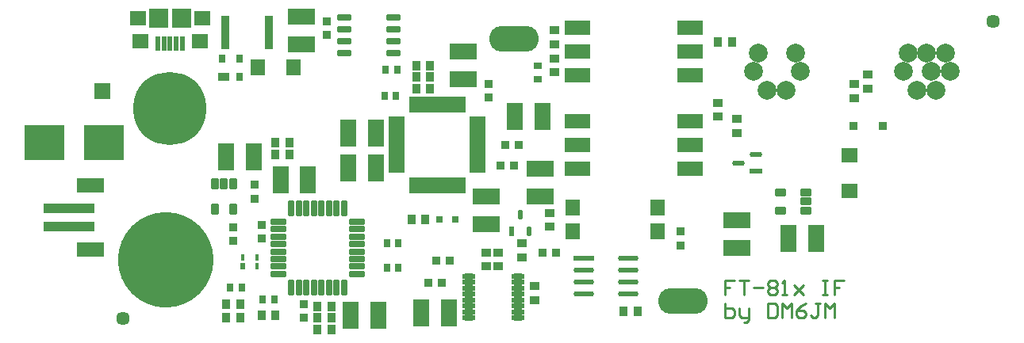
<source format=gts>
G04*
G04 #@! TF.GenerationSoftware,Altium Limited,Altium Designer,23.2.1 (34)*
G04*
G04 Layer_Color=8388736*
%FSLAX44Y44*%
%MOMM*%
G71*
G04*
G04 #@! TF.SameCoordinates,C9E59ACA-6E94-426F-9901-F0231D443E17*
G04*
G04*
G04 #@! TF.FilePolarity,Negative*
G04*
G01*
G75*
%ADD15C,0.2540*%
G04:AMPARAMS|DCode=18|XSize=1.0587mm|YSize=0.5468mm|CornerRadius=0.2734mm|HoleSize=0mm|Usage=FLASHONLY|Rotation=90.000|XOffset=0mm|YOffset=0mm|HoleType=Round|Shape=RoundedRectangle|*
%AMROUNDEDRECTD18*
21,1,1.0587,0.0000,0,0,90.0*
21,1,0.5119,0.5468,0,0,90.0*
1,1,0.5468,0.0000,0.2559*
1,1,0.5468,0.0000,-0.2559*
1,1,0.5468,0.0000,-0.2559*
1,1,0.5468,0.0000,0.2559*
%
%ADD18ROUNDEDRECTD18*%
%ADD19R,0.5468X1.0587*%
%ADD20R,0.9121X0.9581*%
%ADD33R,1.3587X0.5868*%
G04:AMPARAMS|DCode=34|XSize=1.3587mm|YSize=0.5868mm|CornerRadius=0.2934mm|HoleSize=0mm|Usage=FLASHONLY|Rotation=180.000|XOffset=0mm|YOffset=0mm|HoleType=Round|Shape=RoundedRectangle|*
%AMROUNDEDRECTD34*
21,1,1.3587,0.0000,0,0,180.0*
21,1,0.7719,0.5868,0,0,180.0*
1,1,0.5868,-0.3859,0.0000*
1,1,0.5868,0.3859,0.0000*
1,1,0.5868,0.3859,0.0000*
1,1,0.5868,-0.3859,0.0000*
%
%ADD34ROUNDEDRECTD34*%
%ADD35R,0.9000X0.9500*%
%ADD36R,2.1692X0.5821*%
G04:AMPARAMS|DCode=37|XSize=2.1692mm|YSize=0.5821mm|CornerRadius=0.2911mm|HoleSize=0mm|Usage=FLASHONLY|Rotation=0.000|XOffset=0mm|YOffset=0mm|HoleType=Round|Shape=RoundedRectangle|*
%AMROUNDEDRECTD37*
21,1,2.1692,0.0000,0,0,0.0*
21,1,1.5870,0.5821,0,0,0.0*
1,1,0.5821,0.7935,0.0000*
1,1,0.5821,-0.7935,0.0000*
1,1,0.5821,-0.7935,0.0000*
1,1,0.5821,0.7935,0.0000*
%
%ADD37ROUNDEDRECTD37*%
%ADD38R,0.7581X0.8121*%
%ADD39R,0.9000X0.8000*%
%ADD40R,0.9531X3.6031*%
%ADD41C,0.4500*%
%ADD42R,0.4000X0.7000*%
%ADD43R,1.8062X1.5544*%
%ADD44R,5.5000X1.0000*%
%ADD45R,3.0000X1.6000*%
%ADD46R,0.8000X0.8000*%
%ADD47R,4.2400X3.8100*%
%ADD51R,0.9581X0.9121*%
%ADD54R,1.5544X1.8062*%
G04:AMPARAMS|DCode=56|XSize=0.7532mm|YSize=1.6532mm|CornerRadius=0.1511mm|HoleSize=0mm|Usage=FLASHONLY|Rotation=90.000|XOffset=0mm|YOffset=0mm|HoleType=Round|Shape=RoundedRectangle|*
%AMROUNDEDRECTD56*
21,1,0.7532,1.3510,0,0,90.0*
21,1,0.4510,1.6532,0,0,90.0*
1,1,0.3022,0.6755,0.2255*
1,1,0.3022,0.6755,-0.2255*
1,1,0.3022,-0.6755,-0.2255*
1,1,0.3022,-0.6755,0.2255*
%
%ADD56ROUNDEDRECTD56*%
G04:AMPARAMS|DCode=57|XSize=0.7532mm|YSize=1.6532mm|CornerRadius=0.1511mm|HoleSize=0mm|Usage=FLASHONLY|Rotation=180.000|XOffset=0mm|YOffset=0mm|HoleType=Round|Shape=RoundedRectangle|*
%AMROUNDEDRECTD57*
21,1,0.7532,1.3510,0,0,180.0*
21,1,0.4510,1.6532,0,0,180.0*
1,1,0.3022,-0.2255,0.6755*
1,1,0.3022,0.2255,0.6755*
1,1,0.3022,0.2255,-0.6755*
1,1,0.3022,-0.2255,-0.6755*
%
%ADD57ROUNDEDRECTD57*%
%ADD58R,2.7032X1.5032*%
%ADD59R,0.4832X1.7032*%
%ADD60R,1.7032X0.4832*%
%ADD61R,0.6032X1.5532*%
%ADD62R,1.8032X1.6032*%
%ADD63R,1.6532X1.5032*%
%ADD64R,2.1032X2.1032*%
%ADD65R,1.2032X0.9032*%
%ADD66R,0.8032X0.9032*%
%ADD67R,1.5032X1.7032*%
%ADD68R,1.1032X0.9032*%
%ADD69O,1.4532X0.6032*%
G04:AMPARAMS|DCode=70|XSize=0.8032mm|YSize=1.2032mm|CornerRadius=0.1526mm|HoleSize=0mm|Usage=FLASHONLY|Rotation=270.000|XOffset=0mm|YOffset=0mm|HoleType=Round|Shape=RoundedRectangle|*
%AMROUNDEDRECTD70*
21,1,0.8032,0.8980,0,0,270.0*
21,1,0.4980,1.2032,0,0,270.0*
1,1,0.3052,-0.4490,-0.2490*
1,1,0.3052,-0.4490,0.2490*
1,1,0.3052,0.4490,0.2490*
1,1,0.3052,0.4490,-0.2490*
%
%ADD70ROUNDEDRECTD70*%
G04:AMPARAMS|DCode=71|XSize=0.7532mm|YSize=1.4532mm|CornerRadius=0.1511mm|HoleSize=0mm|Usage=FLASHONLY|Rotation=90.000|XOffset=0mm|YOffset=0mm|HoleType=Round|Shape=RoundedRectangle|*
%AMROUNDEDRECTD71*
21,1,0.7532,1.1510,0,0,90.0*
21,1,0.4510,1.4532,0,0,90.0*
1,1,0.3022,0.5755,0.2255*
1,1,0.3022,0.5755,-0.2255*
1,1,0.3022,-0.5755,-0.2255*
1,1,0.3022,-0.5755,0.2255*
%
%ADD71ROUNDEDRECTD71*%
%ADD72R,1.8032X3.0032*%
%ADD73R,0.9032X1.1032*%
%ADD74R,3.0032X1.8032*%
G04:AMPARAMS|DCode=75|XSize=0.8032mm|YSize=1.2032mm|CornerRadius=0.1526mm|HoleSize=0mm|Usage=FLASHONLY|Rotation=0.000|XOffset=0mm|YOffset=0mm|HoleType=Round|Shape=RoundedRectangle|*
%AMROUNDEDRECTD75*
21,1,0.8032,0.8980,0,0,0.0*
21,1,0.4980,1.2032,0,0,0.0*
1,1,0.3052,0.2490,-0.4490*
1,1,0.3052,-0.2490,-0.4490*
1,1,0.3052,-0.2490,0.4490*
1,1,0.3052,0.2490,0.4490*
%
%ADD75ROUNDEDRECTD75*%
%ADD76C,1.4480*%
%ADD77R,1.7032X1.7032*%
%ADD78C,2.0032*%
%ADD79C,7.8232*%
%ADD80C,10.2032*%
%ADD81O,5.2832X2.7432*%
G36*
X255250Y76750D02*
X251169D01*
X250250Y77669D01*
Y83750D01*
X255250D01*
Y76750D01*
D02*
G37*
D15*
X777697Y64731D02*
X767540D01*
Y57114D01*
X772618D01*
X767540D01*
Y49496D01*
X782775Y64731D02*
X792932D01*
X787853D01*
Y49496D01*
X798010Y57114D02*
X808167D01*
X813245Y62192D02*
X815784Y64731D01*
X820863D01*
X823402Y62192D01*
Y59653D01*
X820863Y57114D01*
X823402Y54575D01*
Y52036D01*
X820863Y49496D01*
X815784D01*
X813245Y52036D01*
Y54575D01*
X815784Y57114D01*
X813245Y59653D01*
Y62192D01*
X815784Y57114D02*
X820863D01*
X828480Y49496D02*
X833559D01*
X831020D01*
Y64731D01*
X828480Y62192D01*
X841176Y59653D02*
X851333Y49496D01*
X846255Y54575D01*
X851333Y59653D01*
X841176Y49496D01*
X871646Y64731D02*
X876725D01*
X874185D01*
Y49496D01*
X871646D01*
X876725D01*
X894499Y64731D02*
X884342D01*
Y57114D01*
X889420D01*
X884342D01*
Y49496D01*
X767540Y40353D02*
Y25118D01*
X775157D01*
X777697Y27657D01*
Y30197D01*
Y32736D01*
X775157Y35275D01*
X767540D01*
X782775D02*
Y27657D01*
X785314Y25118D01*
X792932D01*
Y22579D01*
X790393Y20040D01*
X787853D01*
X792932Y25118D02*
Y35275D01*
X813245Y40353D02*
Y25118D01*
X820863D01*
X823402Y27657D01*
Y37814D01*
X820863Y40353D01*
X813245D01*
X828480Y25118D02*
Y40353D01*
X833559Y35275D01*
X838637Y40353D01*
Y25118D01*
X853872Y40353D02*
X848794Y37814D01*
X843715Y32736D01*
Y27657D01*
X846255Y25118D01*
X851333D01*
X853872Y27657D01*
Y30197D01*
X851333Y32736D01*
X843715D01*
X869107Y40353D02*
X864029D01*
X866568D01*
Y27657D01*
X864029Y25118D01*
X861490D01*
X858950Y27657D01*
X874185Y25118D02*
Y40353D01*
X879264Y35275D01*
X884342Y40353D01*
Y25118D01*
D18*
X548730Y135037D02*
D03*
X557880Y117503D02*
D03*
D19*
X539580D02*
D03*
D20*
X242500Y107730D02*
D03*
Y122270D02*
D03*
X272500Y110230D02*
D03*
Y124770D02*
D03*
X515000Y275000D02*
D03*
Y260460D02*
D03*
X720000Y102730D02*
D03*
Y117270D02*
D03*
X265000Y152730D02*
D03*
Y167270D02*
D03*
X317500Y25230D02*
D03*
Y39770D02*
D03*
X342500Y342270D02*
D03*
Y327730D02*
D03*
D33*
X800000Y181700D02*
D03*
D34*
Y200000D02*
D03*
X781466Y190850D02*
D03*
D35*
X904250Y230000D02*
D03*
X935750D02*
D03*
D36*
X616364Y89050D02*
D03*
D37*
Y76350D02*
D03*
Y63650D02*
D03*
Y50950D02*
D03*
X663636D02*
D03*
Y63650D02*
D03*
Y76350D02*
D03*
Y89050D02*
D03*
D38*
X417540Y290000D02*
D03*
X405000D02*
D03*
X416270Y262500D02*
D03*
X403730D02*
D03*
X418770Y78954D02*
D03*
X406230D02*
D03*
X418770Y105000D02*
D03*
X406230D02*
D03*
X286270Y45000D02*
D03*
X273730D02*
D03*
X238730Y57500D02*
D03*
X251270D02*
D03*
D39*
X567500Y295000D02*
D03*
Y280000D02*
D03*
D40*
X280750Y330000D02*
D03*
X234250D02*
D03*
D41*
X252750Y80250D02*
D03*
D42*
X267750D02*
D03*
Y89750D02*
D03*
X252250D02*
D03*
D43*
X900000Y160741D02*
D03*
Y199259D02*
D03*
D44*
X67500Y122500D02*
D03*
Y142500D02*
D03*
D45*
X90000Y98500D02*
D03*
Y166500D02*
D03*
D46*
X479000Y130000D02*
D03*
X462500D02*
D03*
D47*
X40650Y212500D02*
D03*
X104350D02*
D03*
D51*
X542270Y187500D02*
D03*
X527730D02*
D03*
X547270Y210000D02*
D03*
X532730D02*
D03*
X458669Y86606D02*
D03*
X473209D02*
D03*
X587270Y95000D02*
D03*
X572730D02*
D03*
X450230Y62500D02*
D03*
X464770D02*
D03*
D54*
X268241Y292500D02*
D03*
X306759D02*
D03*
D56*
X290250Y72000D02*
D03*
Y80000D02*
D03*
Y88000D02*
D03*
Y96000D02*
D03*
Y104000D02*
D03*
Y112000D02*
D03*
Y120000D02*
D03*
Y128000D02*
D03*
X374750D02*
D03*
Y120000D02*
D03*
Y112000D02*
D03*
Y104000D02*
D03*
Y96000D02*
D03*
Y88000D02*
D03*
Y80000D02*
D03*
Y72000D02*
D03*
D57*
X304500Y142250D02*
D03*
X312500D02*
D03*
X320500D02*
D03*
X328500D02*
D03*
X336500D02*
D03*
X344500D02*
D03*
X352500D02*
D03*
X360500D02*
D03*
Y57750D02*
D03*
X352500D02*
D03*
X344500D02*
D03*
X336500D02*
D03*
X328500D02*
D03*
X320500D02*
D03*
X312500D02*
D03*
X304500D02*
D03*
D58*
X610000Y284600D02*
D03*
Y335400D02*
D03*
X730000Y284600D02*
D03*
Y335400D02*
D03*
X610000Y310000D02*
D03*
X730000D02*
D03*
X610000Y184600D02*
D03*
Y235400D02*
D03*
X730000Y184600D02*
D03*
Y235400D02*
D03*
X610000Y210000D02*
D03*
X730000D02*
D03*
D59*
X432500Y253000D02*
D03*
X437500D02*
D03*
X442500D02*
D03*
X447500D02*
D03*
X452500D02*
D03*
X457500D02*
D03*
X462500D02*
D03*
X467500D02*
D03*
X472500D02*
D03*
X477500D02*
D03*
X482500D02*
D03*
X487500D02*
D03*
Y167000D02*
D03*
X482500D02*
D03*
X477500D02*
D03*
X472500D02*
D03*
X467500D02*
D03*
X462500D02*
D03*
X457500D02*
D03*
X452500D02*
D03*
X447500D02*
D03*
X442500D02*
D03*
X437500D02*
D03*
X432500D02*
D03*
D60*
X503000Y237500D02*
D03*
Y232500D02*
D03*
Y227500D02*
D03*
Y222500D02*
D03*
Y217500D02*
D03*
Y212500D02*
D03*
Y207500D02*
D03*
Y202500D02*
D03*
Y197500D02*
D03*
Y192500D02*
D03*
Y187500D02*
D03*
Y182500D02*
D03*
X417000D02*
D03*
Y187500D02*
D03*
Y192500D02*
D03*
Y197500D02*
D03*
Y202500D02*
D03*
Y207500D02*
D03*
Y212500D02*
D03*
Y217500D02*
D03*
Y222500D02*
D03*
Y227500D02*
D03*
Y232500D02*
D03*
Y237500D02*
D03*
D61*
X188000Y318490D02*
D03*
X181500D02*
D03*
X175000D02*
D03*
X168500D02*
D03*
X162000D02*
D03*
D62*
X207000Y320740D02*
D03*
X143000D02*
D03*
D63*
X209250Y345240D02*
D03*
X140750D02*
D03*
D64*
X187000D02*
D03*
X163000D02*
D03*
D65*
X232500Y282500D02*
D03*
D66*
X249500D02*
D03*
Y302500D02*
D03*
X230500D02*
D03*
D67*
X605000Y142700D02*
D03*
Y117300D02*
D03*
X695000D02*
D03*
Y142700D02*
D03*
D68*
X585000Y287500D02*
D03*
Y302500D02*
D03*
X564270Y59270D02*
D03*
Y44270D02*
D03*
X512500Y80000D02*
D03*
Y95000D02*
D03*
X525000Y80000D02*
D03*
Y95000D02*
D03*
X580000Y137500D02*
D03*
Y122500D02*
D03*
X760000Y255000D02*
D03*
Y240000D02*
D03*
X780000Y237500D02*
D03*
Y222500D02*
D03*
X920000Y285000D02*
D03*
Y270000D02*
D03*
X905000Y260000D02*
D03*
Y275000D02*
D03*
X550309Y104629D02*
D03*
Y89629D02*
D03*
X585000Y332500D02*
D03*
Y317500D02*
D03*
D69*
X493750Y69725D02*
D03*
Y63375D02*
D03*
Y57025D02*
D03*
Y50675D02*
D03*
Y44325D02*
D03*
Y37975D02*
D03*
Y31625D02*
D03*
Y25275D02*
D03*
X546250Y69725D02*
D03*
Y63375D02*
D03*
Y57025D02*
D03*
Y50675D02*
D03*
Y44325D02*
D03*
Y37975D02*
D03*
Y31625D02*
D03*
Y25275D02*
D03*
D70*
X853750Y140000D02*
D03*
Y149500D02*
D03*
Y159000D02*
D03*
X826250D02*
D03*
Y140000D02*
D03*
D71*
X413750Y308450D02*
D03*
Y321150D02*
D03*
Y333850D02*
D03*
Y346550D02*
D03*
X361250Y308450D02*
D03*
Y321150D02*
D03*
Y333850D02*
D03*
Y346550D02*
D03*
D72*
X442750Y30000D02*
D03*
X472250D02*
D03*
X542750Y240000D02*
D03*
X572250D02*
D03*
X394750Y185000D02*
D03*
X365250D02*
D03*
X394750Y222500D02*
D03*
X365250D02*
D03*
X292750Y172500D02*
D03*
X322250D02*
D03*
X264500Y197500D02*
D03*
X235000D02*
D03*
X367750Y27500D02*
D03*
X397250D02*
D03*
X835250Y110000D02*
D03*
X864750D02*
D03*
D73*
X452500Y282500D02*
D03*
X437500D02*
D03*
X452500Y270000D02*
D03*
X437500D02*
D03*
X447500Y130000D02*
D03*
X432500D02*
D03*
X452500Y295000D02*
D03*
X437500D02*
D03*
X287500Y200000D02*
D03*
X302500D02*
D03*
X250000Y40000D02*
D03*
X235000D02*
D03*
X287500Y212500D02*
D03*
X302500D02*
D03*
X272500Y27500D02*
D03*
X287500D02*
D03*
X250000Y25000D02*
D03*
X235000D02*
D03*
X347500Y37500D02*
D03*
X332500D02*
D03*
X347500Y25000D02*
D03*
X332500D02*
D03*
X347500Y12500D02*
D03*
X332500D02*
D03*
X673746Y32371D02*
D03*
X658746D02*
D03*
X775000Y320000D02*
D03*
X760000D02*
D03*
D74*
X570000Y184750D02*
D03*
Y155250D02*
D03*
X487500Y309750D02*
D03*
Y280250D02*
D03*
X512500Y154750D02*
D03*
Y125250D02*
D03*
X315000Y317750D02*
D03*
Y347250D02*
D03*
X780000Y100000D02*
D03*
Y129500D02*
D03*
D75*
X242000Y168750D02*
D03*
X232500D02*
D03*
X223000D02*
D03*
Y141250D02*
D03*
X242000D02*
D03*
D76*
X1053230Y342158D02*
D03*
X124922Y24378D02*
D03*
D77*
X102500Y267500D02*
D03*
D78*
X972450Y268510D02*
D03*
X992450D02*
D03*
X1007450Y288510D02*
D03*
X987450D02*
D03*
X957450D02*
D03*
X1002450Y308510D02*
D03*
X962450D02*
D03*
X982450D02*
D03*
X802450D02*
D03*
X842450D02*
D03*
X797450Y288510D02*
D03*
X847450D02*
D03*
X832450Y268510D02*
D03*
X812450D02*
D03*
D79*
X174950Y248510D02*
D03*
D80*
X170450Y87510D02*
D03*
D81*
X542450Y323510D02*
D03*
X722450Y43510D02*
D03*
M02*

</source>
